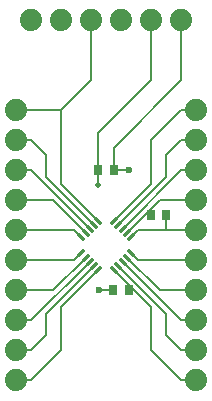
<source format=gtl>
G04*
G04 #@! TF.GenerationSoftware,Altium Limited,Altium Designer,24.5.2 (23)*
G04*
G04 Layer_Physical_Order=1*
G04 Layer_Color=255*
%FSLAX44Y44*%
%MOMM*%
G71*
G04*
G04 #@! TF.SameCoordinates,744F509C-48B8-48A5-B679-473435836381*
G04*
G04*
G04 #@! TF.FilePolarity,Positive*
G04*
G01*
G75*
%ADD10C,0.2000*%
%ADD11R,0.7000X0.9000*%
G04:AMPARAMS|DCode=12|XSize=0.73mm|YSize=0.3mm|CornerRadius=0mm|HoleSize=0mm|Usage=FLASHONLY|Rotation=45.000|XOffset=0mm|YOffset=0mm|HoleType=Round|Shape=Rectangle|*
%AMROTATEDRECTD12*
4,1,4,-0.1520,-0.3642,-0.3642,-0.1520,0.1520,0.3642,0.3642,0.1520,-0.1520,-0.3642,0.0*
%
%ADD12ROTATEDRECTD12*%

G04:AMPARAMS|DCode=13|XSize=0.73mm|YSize=0.3mm|CornerRadius=0mm|HoleSize=0mm|Usage=FLASHONLY|Rotation=315.000|XOffset=0mm|YOffset=0mm|HoleType=Round|Shape=Rectangle|*
%AMROTATEDRECTD13*
4,1,4,-0.3642,0.1520,-0.1520,0.3642,0.3642,-0.1520,0.1520,-0.3642,-0.3642,0.1520,0.0*
%
%ADD13ROTATEDRECTD13*%

%ADD18C,1.8796*%
%ADD19C,0.5000*%
%ADD20C,0.6000*%
D10*
X197000Y190500D02*
Y209700D01*
X254000Y266700D01*
Y317500D01*
X184000Y177800D02*
Y190500D01*
X228600Y266700D02*
Y317500D01*
X184000Y190500D02*
Y222100D01*
X228600Y266700D01*
X207930Y137359D02*
X235671Y165100D01*
X114300Y241300D02*
X152400D01*
X177800Y266700D02*
Y317500D01*
X152400Y241300D02*
X177800Y266700D01*
X197000Y190500D02*
X209550D01*
X184150Y88900D02*
X196700D01*
X242021Y139700D02*
X266700D01*
X217342D02*
X242021D01*
X241450Y140271D02*
X242021Y139700D01*
X241450Y140271D02*
Y152400D01*
X254000Y241300D02*
X266700D01*
X228600Y215900D02*
X254000Y241300D01*
X228600Y179242D02*
Y215900D01*
X197324Y147966D02*
X228600Y179242D01*
X254000Y215900D02*
X266700D01*
X241300Y203200D02*
X254000Y215900D01*
X241300Y184871D02*
Y203200D01*
X200859Y144430D02*
X241300Y184871D01*
X254000Y12700D02*
X266700D01*
X228600Y38100D02*
X254000Y12700D01*
X228600Y38100D02*
Y74758D01*
X197324Y106034D02*
X228600Y74758D01*
X254000Y38100D02*
X266700D01*
X241300Y50800D02*
X254000Y38100D01*
X241300Y50800D02*
Y69129D01*
X200859Y109570D02*
X241300Y69129D01*
X254000Y190500D02*
X266700D01*
X204395Y140895D02*
X254000Y190500D01*
Y63500D02*
X266700D01*
X204395Y113105D02*
X254000Y63500D01*
X235671Y165100D02*
X266700D01*
X235671Y88900D02*
X266700D01*
X207930Y116641D02*
X235671Y88900D01*
X217342Y114300D02*
X266700D01*
X211466Y120176D02*
X217342Y114300D01*
X211466Y133824D02*
X217342Y139700D01*
X139700Y184871D02*
Y203200D01*
X127000Y215900D02*
X139700Y203200D01*
X114300Y215900D02*
X127000D01*
X152400Y179242D02*
Y241300D01*
X139700Y184871D02*
X180141Y144430D01*
X152400Y179242D02*
X183676Y147966D01*
X127000Y12700D02*
X152400Y38100D01*
Y74758D02*
X183676Y106034D01*
X152400Y38100D02*
Y74758D01*
X127000Y38100D02*
X139700Y50800D01*
Y69129D02*
X180141Y109570D01*
X139700Y50800D02*
Y69129D01*
X114300Y38100D02*
X127000D01*
X114300Y190500D02*
X127000D01*
X176605Y140895D01*
X114300Y12700D02*
X127000D01*
X114300Y63500D02*
X127000D01*
X176605Y113105D01*
X114300Y165100D02*
X145329D01*
X173070Y137359D01*
X114300Y88900D02*
X145329D01*
X173070Y116641D01*
X114300Y114300D02*
X163658D01*
X169534Y120176D01*
X114300Y139700D02*
X163658D01*
X169534Y133824D01*
D11*
X184000Y190500D02*
D03*
X197000D02*
D03*
X228450Y152400D02*
D03*
X241450D02*
D03*
X209700Y88900D02*
D03*
X196700D02*
D03*
D12*
X197324Y147966D02*
D03*
X200859Y144430D02*
D03*
X204395Y140895D02*
D03*
X207930Y137359D02*
D03*
X211466Y133824D02*
D03*
X183676Y106034D02*
D03*
X180141Y109570D02*
D03*
X176605Y113105D02*
D03*
X173070Y116641D02*
D03*
X169534Y120176D02*
D03*
D13*
X211466D02*
D03*
X207930Y116641D02*
D03*
X204395Y113105D02*
D03*
X200859Y109570D02*
D03*
X197324Y106034D02*
D03*
X169534Y133824D02*
D03*
X173070Y137359D02*
D03*
X176605Y140895D02*
D03*
X180141Y144430D02*
D03*
X183676Y147966D02*
D03*
D18*
X254000Y317500D02*
D03*
X228600D02*
D03*
X203200D02*
D03*
X177800D02*
D03*
X152400D02*
D03*
X127000D02*
D03*
X266700Y12700D02*
D03*
Y38100D02*
D03*
Y63500D02*
D03*
Y88900D02*
D03*
Y114300D02*
D03*
Y139700D02*
D03*
Y165100D02*
D03*
Y190500D02*
D03*
Y215900D02*
D03*
Y241300D02*
D03*
X114300D02*
D03*
Y215900D02*
D03*
Y190500D02*
D03*
Y165100D02*
D03*
Y139700D02*
D03*
Y114300D02*
D03*
Y88900D02*
D03*
Y63500D02*
D03*
Y38100D02*
D03*
Y12700D02*
D03*
D19*
X184000Y177800D02*
D03*
D20*
X184150Y88900D02*
D03*
X209550Y190500D02*
D03*
M02*

</source>
